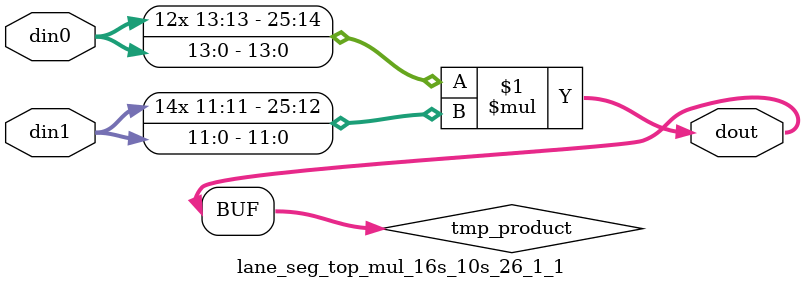
<source format=v>

`timescale 1 ns / 1 ps

  module lane_seg_top_mul_16s_10s_26_1_1(din0, din1, dout);
parameter ID = 1;
parameter NUM_STAGE = 0;
parameter din0_WIDTH = 14;
parameter din1_WIDTH = 12;
parameter dout_WIDTH = 26;

input [din0_WIDTH - 1 : 0] din0; 
input [din1_WIDTH - 1 : 0] din1; 
output [dout_WIDTH - 1 : 0] dout;

wire signed [dout_WIDTH - 1 : 0] tmp_product;













assign tmp_product = $signed(din0) * $signed(din1);








assign dout = tmp_product;







endmodule

</source>
